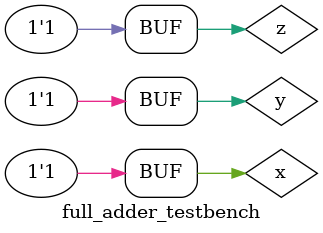
<source format=sv>
`timescale 1ns / 1ps


module full_adder_testbench();
       // declare internal variables
  logic x, y, z, S, C;
 
  // instantiate the adder module object
      full_adder test(x, y, z, S, C);
     
      initial begin
          #100; // wait
           
          x=0;
          y=0;
          z=0;
          #100;
         
          x=0;
          y=0;
          z=1;
          #100;
         
          x=0;
          y=1;
          z=0;
          #100;
 
          x=0;
          y=1;
          z=1;
          #100;
         
          x=1;
          y=0;
          z=0;
          #100;
         
          x=1;
          y=0;
          z=1;
          #100;
 
          x=1;
          y=1;
          z=0;
          #100;
         
          x=1;
          y=1;
          z=1;
          #100;

          end
     initial
          $monitor($time,"x=%d, y=%d, z=%d, S=%d, C=%d", x, y, z, S, C);
   endmodule

</source>
